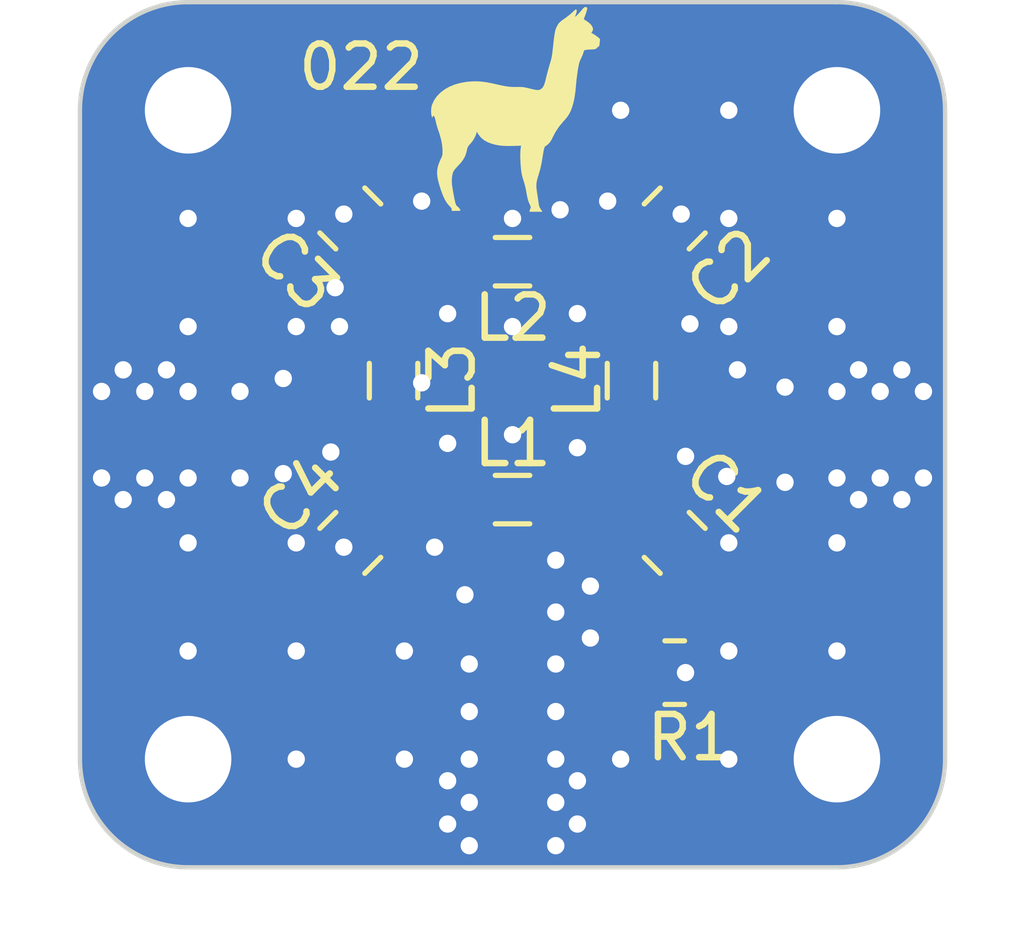
<source format=kicad_pcb>
(kicad_pcb (version 20221018) (generator pcbnew)
  (title_block (title "022 Lumped Quadrature Coupler") (date "2023-08-15") (rev "1") (company "Halidelabs") (comment 1 "contact@halidelabs.eu"))
  (layers (0 "F.Cu" signal) (31 "B.Cu" signal) (35 "F.Paste" user) (36 "B.SilkS" user "B.Silkscreen") (37 "F.SilkS" user "F.Silkscreen") (38 "B.Mask" user) (39 "F.Mask" user) (44 "Edge.Cuts" user))
  (net 0 "")
  (net 1 "GND")
  (net 2 "Net-(C1-Pad1)")
  (net 3 "Net-(J3-Pin_1)")
  (net 4 "Net-(J1-Pin_1)")
  (net 5 "Net-(J2-Pin_1)")
  (footprint "modular-rf-bench-footprints:edge-connector" (layer "F.Cu") (at 147.5 87.5 -90)
    (fp_text reference "J2")
    (fp_text value "IN" hide)
    (pad "1" smd rect (at -1.5 0 270) (size 3 0.8) (layers "F.Cu") (net 5 "Net-(J2-Pin_1)"))
    (pad "2" thru_hole circle (at -2.5 -1 270) (size 0.8 0.8) (drill 0.4) (layers "*.Cu") (net 1 "GND"))
    (pad "2" thru_hole circle (at -2.5 1 270) (size 0.8 0.8) (drill 0.4) (layers "*.Cu") (net 1 "GND"))
    (pad "2" thru_hole circle (at -2 -1.5 270) (size 0.8 0.8) (drill 0.4) (layers "*.Cu") (net 1 "GND"))
    (pad "2" thru_hole circle (at -2 1.5 270) (size 0.8 0.8) (drill 0.4) (layers "*.Cu") (net 1 "GND"))
    (pad "2" smd rect (at -1.5 -1.6 270) (size 3 2) (layers "F.Cu") (net 1 "GND"))
    (pad "2" thru_hole circle (at -1.5 -1 270) (size 0.8 0.8) (drill 0.4) (layers "*.Cu") (net 1 "GND"))
    (pad "2" smd rect (at -1.5 0 270) (size 3 5.2) (layers "B.Cu") (net 1 "GND"))
    (pad "2" thru_hole circle (at -1.5 1 270) (size 0.8 0.8) (drill 0.4) (layers "*.Cu") (net 1 "GND"))
    (pad "2" smd rect (at -1.5 1.6 270) (size 3 2) (layers "F.Cu") (net 1 "GND"))
    (pad "2" thru_hole circle (at -1 -1.5 270) (size 0.8 0.8) (drill 0.4) (layers "*.Cu") (net 1 "GND"))
    (pad "2" thru_hole circle (at -1 1.5 270) (size 0.8 0.8) (drill 0.4) (layers "*.Cu") (net 1 "GND"))
    (pad "2" thru_hole circle (at -0.5 -1 270) (size 0.8 0.8) (drill 0.4) (layers "*.Cu") (net 1 "GND"))
    (pad "2" thru_hole circle (at -0.5 1 270) (size 0.8 0.8) (drill 0.4) (layers "*.Cu") (net 1 "GND"))
  )
  (footprint "Capacitor_SMD:C_0805_2012Metric" (layer "F.Cu") (at 143.75 72.5 -45)
    (fp_text reference "C3" (at -0.035355 1.732412 135) (layer "F.SilkS"))
    (fp_text value "C")
    (fp_line (start -0.261252 -0.735) (end 0.261252 -0.735) (stroke (width 0.12)) (layer "F.SilkS"))
    (fp_line (start -0.261252 0.735) (end 0.261252 0.735) (stroke (width 0.12)) (layer "F.SilkS"))
    (pad "1" smd roundrect (at -0.95 0 315) (size 1 1.45) (layers "F.Cu" "F.Paste" "F.Mask") (net 1 "GND"))
    (pad "2" smd roundrect (at 0.95 0 315) (size 1 1.45) (layers "F.Cu" "F.Paste" "F.Mask") (net 4 "Net-(J1-Pin_1)"))
  )
  (footprint "Capacitor_SMD:C_0805_2012Metric" (layer "F.Cu") (at 151.25 72.5 45)
    (fp_text reference "C2" (at 0.035355 1.732412 45) (layer "F.SilkS"))
    (fp_text value "C")
    (fp_line (start -0.261252 -0.735) (end 0.261252 -0.735) (stroke (width 0.12)) (layer "F.SilkS"))
    (fp_line (start -0.261252 0.735) (end 0.261252 0.735) (stroke (width 0.12)) (layer "F.SilkS"))
    (pad "1" smd roundrect (at -0.95 0 45) (size 1 1.45) (layers "F.Cu" "F.Paste" "F.Mask") (net 3 "Net-(J3-Pin_1)"))
    (pad "2" smd roundrect (at 0.95 0 45) (size 1 1.45) (layers "F.Cu" "F.Paste" "F.Mask") (net 1 "GND"))
  )
  (footprint "modular-rf-bench-footprints:M2-hole" (layer "F.Cu") (at 140 70)
    (fp_text reference "H3" hide)
    (fp_text value "M2" hide)
    (pad "1" thru_hole circle locked (at 0 0) (size 3.4 3.4) (drill 2) (layers "*.Cu" "*.Mask") (net 1 "GND"))
  )
  (footprint "LOGO" (layer "F.Cu") (at 147.5 70)
    (fp_text reference "G***" hide)
    (fp_text value "LOGO" hide)
    (fp_poly (pts (xy 1.707208 -2.385083) (xy 1.72178 -2.377357) (xy 1.727638 -2.361209) (xy 1.724986 -2.333962) (xy 1.714028 -2.292938) (xy 1.695246 -2.236259) (xy 1.67886 -2.189554) (xy 1.664665 -2.150375) (xy 1.654112 -2.122636) (xy 1.64865 -2.110255) (xy 1.648486 -2.110054) (xy 1.654138 -2.102822) (xy 1.673545 -2.088435) (xy 1.702518 -2.069996) (xy 1.702794 -2.06983) (xy 1.765684 -2.026146) (xy 1.813512 -1.980369) (xy 1.845324 -1.93425) (xy 1.860162 -1.889541) (xy 1.85707 -1.847993) (xy 1.84052 -1.817555) (xy 1.820991 -1.793438) (xy 1.877555 -1.759364) (xy 1.917737 -1.733301) (xy 1.95925 -1.703533) (xy 1.980607 -1.68675) (xy 2.006661 -1.664073) (xy 2.019745 -1.647389) (xy 2.023211 -1.630016) (xy 2.020661 -1.606876) (xy 2.015636 -1.567128) (xy 2.012184 -1.526831) (xy 2.012056 -1.524528) (xy 2.006709 -1.493183) (xy 1.992958 -1.475529) (xy 1.987295 -1.472236) (xy 1.964024 -1.455734) (xy 1.944294 -1.435747) (xy 1.934232 -1.424962) (xy 1.921977 -1.417526) (xy 1.903462 -1.412581) (xy 1.874622 -1.409268) (xy 1.831391 -1.406728) (xy 1.800502 -1.40537) (xy 1.740844 -1.401769) (xy 1.695936 -1.396721) (xy 1.66814 -1.390536) (xy 1.661407 -1.387121) (xy 1.649381 -1.368624) (xy 1.640328 -1.340255) (xy 1.63945 -1.335453) (xy 1.632091 -1.309371) (xy 1.617507 -1.271305) (xy 1.5982 -1.227508) (xy 1.586787 -1.203865) (xy 1.569617 -1.168352) (xy 1.556241 -1.136883) (xy 1.545437 -1.105019) (xy 1.535983 -1.068321) (xy 1.526657 -1.022348) (xy 1.516238 -0.96266) (xy 1.510003 -0.924858) (xy 1.498611 -0.849525) (xy 1.487513 -0.766274) (xy 1.477703 -0.683243) (xy 1.470177 -0.608573) (xy 1.467711 -0.578682) (xy 1.453479 -0.42915) (xy 1.434101 -0.296565) (xy 1.409013 -0.177722) (xy 1.378053 -0.070634) (xy 1.349141 0.00713) (xy 1.316299 0.074946) (xy 1.27602 0.13851) (xy 1.224798 0.20352) (xy 1.175643 0.258199) (xy 1.077329 0.37528) (xy 0.993806 0.501629) (xy 0.931364 0.621186) (xy 0.903186 0.677903) (xy 0.877811 0.720375) (xy 0.851675 0.754018) (xy 0.828482 0.777604) (xy 0.800811 0.802117) (xy 0.778251 0.819713) (xy 0.765568 0.826682) (xy 0.765395 0.826688) (xy 0.753451 0.833218) (xy 0.741919 0.853767) (xy 0.730392 0.889773) (xy 0.718459 0.942674) (xy 0.705712 1.01391) (xy 0.697702 1.064739) (xy 0.682935 1.157753) (xy 0.668702 1.236626) (xy 0.653537 1.307789) (xy 0.635974 1.377671) (xy 0.61455 1.452702) (xy 0.594147 1.519151) (xy 0.573662 1.588767) (xy 0.559937 1.648459) (xy 0.552673 1.703792) (xy 0.551572 1.760332) (xy 0.556334 1.823643) (xy 0.566662 1.899292) (xy 0.571976 1.932384) (xy 0.581863 1.993891) (xy 0.591097 2.054175) (xy 0.598842 2.107582) (xy 0.604263 2.14846) (xy 0.605561 2.159723) (xy 0.612893 2.204728) (xy 0.626368 2.241894) (xy 0.650004 2.281963) (xy 0.652923 2.28631) (xy 0.693121 2.345728) (xy 0.391035 2.345728) (xy 0.398018 2.312144) (xy 0.406666 2.282384) (xy 0.417092 2.259536) (xy 0.421952 2.245992) (xy 0.419574 2.22758) (xy 0.408787 2.199446) (xy 0.396054 2.172292) (xy 0.37605 2.126603) (xy 0.359018 2.076762) (xy 0.343853 2.018573) (xy 0.329451 1.94784) (xy 0.315851 1.867612) (xy 0.305774 1.815487) (xy 0.290904 1.752618) (xy 0.27342 1.687715) (xy 0.259042 1.640272) (xy 0.239373 1.577432) (xy 0.224185 1.523154) (xy 0.212556 1.472312) (xy 0.203565 1.419774) (xy 0.19629 1.360411) (xy 0.18981 1.289094) (xy 0.185282 1.229699) (xy 0.180007 1.126544) (xy 0.179205 1.027802) (xy 0.18278 0.938429) (xy 0.190634 0.863381) (xy 0.192649 0.850881) (xy 0.198285 0.818238) (xy 0.013062 0.82396) (xy -0.107738 0.82548) (xy -0.212835 0.821724) (xy -0.306616 0.812274) (xy -0.393468 0.796713) (xy -0.464665 0.778501) (xy -0.571132 0.739636) (xy -0.66046 0.68959) (xy -0.733091 0.628052) (xy -0.789464 0.554711) (xy -0.795565 0.544391) (xy -0.824093 0.4946) (xy -0.831361 0.523556) (xy -0.851223 0.580742) (xy -0.881966 0.643838) (xy -0.919153 0.704875) (xy -0.958352 0.755885) (xy -0.964174 0.762224) (xy -0.998177 0.799253) (xy -1.020985 0.828535) (xy -1.036147 0.856807) (xy -1.047214 0.890804) (xy -1.057733 0.937262) (xy -1.058593 0.941406) (xy -1.077747 1.014043) (xy -1.104922 1.080397) (xy -1.14259 1.144725) (xy -1.193225 1.211286) (xy -1.255438 1.280306) (xy -1.299345 1.327086) (xy -1.330904 1.363066) (xy -1.352698 1.391736) (xy -1.367309 1.416586) (xy -1.377321 1.441105) (xy -1.379516 1.447943) (xy -1.393383 1.510336) (xy -1.40151 1.583767) (xy -1.403348 1.659269) (xy -1.39835 1.727875) (xy -1.397133 1.736045) (xy -1.378151 1.852191) (xy -1.361347 1.949249) (xy -1.346392 2.028646) (xy -1.332955 2.091809) (xy -1.320708 2.140166) (xy -1.30932 2.175143) (xy -1.298463 2.198166) (xy -1.287806 2.210664) (xy -1.287464 2.210907) (xy -1.256964 2.236176) (xy -1.229438 2.265811) (xy -1.210524 2.293348) (xy -1.206109 2.30412) (xy -1.204756 2.313632) (xy -1.209064 2.319721) (xy -1.222584 2.323146) (xy -1.248864 2.324671) (xy -1.291453 2.325054) (xy -1.303781 2.325061) (xy -1.406928 2.325061) (xy -1.404551 2.296643) (xy -1.406631 2.27843) (xy -1.417659 2.257689) (xy -1.440231 2.230433) (xy -1.463418 2.206224) (xy -1.506232 2.157147) (xy -1.545198 2.099598) (xy -1.581789 2.030726) (xy -1.617483 1.947679) (xy -1.653754 1.847608) (xy -1.662294 1.822003) (xy -1.697106 1.710358) (xy -1.722384 1.613609) (xy -1.738078 1.528285) (xy -1.744138 1.450921) (xy -1.740513 1.378048) (xy -1.727154 1.306198) (xy -1.704012 1.231903) (xy -1.671036 1.151696) (xy -1.652075 1.110862) (xy -1.636756 1.077573) (xy -1.626819 1.050567) (xy -1.621132 1.023669) (xy -1.618567 0.990701) (xy -1.617993 0.945488) (xy -1.618058 0.924857) (xy -1.625963 0.813717) (xy -1.648543 0.689349) (xy -1.685564 0.552839) (xy -1.720352 0.449512) (xy -1.738479 0.395325) (xy -1.755499 0.337402) (xy -1.768757 0.28505) (xy -1.772894 0.265233) (xy -1.785589 0.208368) (xy -1.799357 0.165227) (xy -1.813305 0.137191) (xy -1.826539 0.125643) (xy -1.838166 0.131965) (xy -1.846026 0.152044) (xy -1.850797 0.168673) (xy -1.85519 0.170196) (xy -1.862104 0.1549) (xy -1.867875 0.139127) (xy -1.878772 0.090843) (xy -1.88276 0.030839) (xy -1.880033 -0.033197) (xy -1.870784 -0.093578) (xy -1.861162 -0.127803) (xy -1.813901 -0.230684) (xy -1.748926 -0.324576) (xy -1.667469 -0.408757) (xy -1.570758 -0.482506) (xy -1.460023 -0.545102) (xy -1.336491 -0.595822) (xy -1.201393 -0.633946) (xy -1.055958 -0.658752) (xy -0.940358 -0.668205) (xy -0.852575 -0.670242) (xy -0.768501 -0.667683) (xy -0.683224 -0.659982) (xy -0.591831 -0.646595) (xy -0.48941 -0.626977) (xy -0.408289 -0.609192) (xy -0.312193 -0.587655) (xy -0.232421 -0.5708) (xy -0.165292 -0.558121) (xy -0.107125 -0.549111) (xy -0.054238 -0.543263) (xy -0.002951 -0.540071) (xy 0.050417 -0.539027) (xy 0.098629 -0.539425) (xy 0.154738 -0.540085) (xy 0.199013 -0.539411) (xy 0.23732 -0.536684) (xy 0.275528 -0.531182) (xy 0.319505 -0.522181) (xy 0.37512 -0.508962) (xy 0.403604 -0.501918) (xy 0.475622 -0.484786) (xy 0.531279 -0.473817) (xy 0.573946 -0.469024) (xy 0.606992 -0.470419) (xy 0.633788 -0.478013) (xy 0.657703 -0.49182) (xy 0.671833 -0.502891) (xy 0.692889 -0.523327) (xy 0.710733 -0.547871) (xy 0.726651 -0.579659) (xy 0.741925 -0.621827) (xy 0.75784 -0.677511) (xy 0.77568 -0.749847) (xy 0.779346 -0.765531) (xy 0.796905 -0.83723) (xy 0.818065 -0.917688) (xy 0.840306 -0.997626) (xy 0.861109 -1.067766) (xy 0.863452 -1.075283) (xy 0.878978 -1.125887) (xy 0.891303 -1.169705) (xy 0.901226 -1.211056) (xy 0.909547 -1.254259) (xy 0.917065 -1.303635) (xy 0.924579 -1.363502) (xy 0.932889 -1.438181) (xy 0.936002 -1.467372) (xy 0.947098 -1.569507) (xy 0.956972 -1.653593) (xy 0.966097 -1.722179) (xy 0.974945 -1.777812) (xy 0.983991 -1.823043) (xy 0.993707 -1.860418) (xy 1.004567 -1.892487) (xy 1.017044 -1.921798) (xy 1.022488 -1.933108) (xy 1.043227 -1.972305) (xy 1.064341 -2.004466) (xy 1.089403 -2.03324) (xy 1.121983 -2.062279) (xy 1.165654 -2.095234) (xy 1.214198 -2.129077) (xy 1.26388 -2.165032) (xy 1.315539 -2.205693) (xy 1.361923 -2.245205) (xy 1.38689 -2.268565) (xy 1.418275 -2.297957) (xy 1.445322 -2.320096) (xy 1.46414 -2.331951) (xy 1.469559 -2.332995) (xy 1.483132 -2.318377) (xy 1.484744 -2.288394) (xy 1.474416 -2.244522) (xy 1.468097 -2.226457) (xy 1.456615 -2.194668) (xy 1.44885 -2.171059) (xy 1.446704 -2.162272) (xy 1.453034 -2.164187) (xy 1.469982 -2.17846) (xy 1.494485 -2.201958) (xy 1.52348 -2.23155) (xy 1.553903 -2.264104) (xy 1.582693 -2.296485) (xy 1.606785 -2.325563) (xy 1.608411 -2.327645) (xy 1.635607 -2.360388) (xy 1.656294 -2.37884) (xy 1.674724 -2.386355) (xy 1.683716 -2.387063)) (fill solid) (layer "F.SilkS"))
  )
  (footprint "modular-rf-bench-footprints:edge-connector" (layer "F.Cu") (at 157.5 77.5)
    (fp_text reference "J3")
    (fp_text value "-3dB, -180°" hide)
    (pad "1" smd rect (at -1.5 0) (size 3 0.8) (layers "F.Cu") (net 3 "Net-(J3-Pin_1)"))
    (pad "2" thru_hole circle (at -2.5 -1) (size 0.8 0.8) (drill 0.4) (layers "*.Cu") (net 1 "GND"))
    (pad "2" thru_hole circle (at -2.5 1) (size 0.8 0.8) (drill 0.4) (layers "*.Cu") (net 1 "GND"))
    (pad "2" thru_hole circle (at -2 -1.5) (size 0.8 0.8) (drill 0.4) (layers "*.Cu") (net 1 "GND"))
    (pad "2" thru_hole circle (at -2 1.5) (size 0.8 0.8) (drill 0.4) (layers "*.Cu") (net 1 "GND"))
    (pad "2" smd rect (at -1.5 -1.6) (size 3 2) (layers "F.Cu") (net 1 "GND"))
    (pad "2" thru_hole circle (at -1.5 -1) (size 0.8 0.8) (drill 0.4) (layers "*.Cu") (net 1 "GND"))
    (pad "2" smd rect (at -1.5 0) (size 3 5.2) (layers "B.Cu") (net 1 "GND"))
    (pad "2" thru_hole circle (at -1.5 1) (size 0.8 0.8) (drill 0.4) (layers "*.Cu") (net 1 "GND"))
    (pad "2" smd rect (at -1.5 1.6) (size 3 2) (layers "F.Cu") (net 1 "GND"))
    (pad "2" thru_hole circle (at -1 -1.5) (size 0.8 0.8) (drill 0.4) (layers "*.Cu") (net 1 "GND"))
    (pad "2" thru_hole circle (at -1 1.5) (size 0.8 0.8) (drill 0.4) (layers "*.Cu") (net 1 "GND"))
    (pad "2" thru_hole circle (at -0.5 -1) (size 0.8 0.8) (drill 0.4) (layers "*.Cu") (net 1 "GND"))
    (pad "2" thru_hole circle (at -0.5 1) (size 0.8 0.8) (drill 0.4) (layers "*.Cu") (net 1 "GND"))
  )
  (footprint "Inductor_SMD:L_0805_2012Metric" (layer "F.Cu") (at 144.75 76.25 90)
    (fp_text reference "L3" (at 0 1.35 90) (layer "F.SilkS"))
    (fp_text value "L")
    (fp_line (start -0.399622 -0.56) (end 0.399622 -0.56) (stroke (width 0.12)) (layer "F.SilkS"))
    (fp_line (start -0.399622 0.56) (end 0.399622 0.56) (stroke (width 0.12)) (layer "F.SilkS"))
    (pad "1" smd roundrect (at -1.0625 0 90) (size 0.875 1.2) (layers "F.Cu" "F.Paste" "F.Mask") (net 5 "Net-(J2-Pin_1)"))
    (pad "2" smd roundrect (at 1.0625 0 90) (size 0.875 1.2) (layers "F.Cu" "F.Paste" "F.Mask") (net 4 "Net-(J1-Pin_1)"))
  )
  (footprint "Resistor_SMD:R_0805_2012Metric" (layer "F.Cu") (at 151.25 83 180)
    (fp_text reference "R1" (at -0.35 -1.5) (layer "F.SilkS"))
    (fp_text value "49R9")
    (fp_line (start -0.227064 -0.735) (end 0.227064 -0.735) (stroke (width 0.12)) (layer "F.SilkS"))
    (fp_line (start -0.227064 0.735) (end 0.227064 0.735) (stroke (width 0.12)) (layer "F.SilkS"))
    (pad "1" smd roundrect (at -0.9125 0 180) (size 1.025 1.4) (layers "F.Cu" "F.Paste" "F.Mask") (roundrect_rratio 0.243902) (net 1 "GND"))
    (pad "2" smd roundrect (at 0.9125 0 180) (size 1.025 1.4) (layers "F.Cu" "F.Paste" "F.Mask") (roundrect_rratio 0.243902) (net 2 "Net-(C1-Pad1)"))
  )
  (footprint "Inductor_SMD:L_0805_2012Metric" (layer "F.Cu") (at 147.5 73.5)
    (fp_text reference "L2" (at 0 1.3) (layer "F.SilkS"))
    (fp_text value "L")
    (fp_line (start -0.399622 -0.56) (end 0.399622 -0.56) (stroke (width 0.12)) (layer "F.SilkS"))
    (fp_line (start -0.399622 0.56) (end 0.399622 0.56) (stroke (width 0.12)) (layer "F.SilkS"))
    (pad "1" smd roundrect (at -1.0625 0) (size 0.875 1.2) (layers "F.Cu" "F.Paste" "F.Mask") (net 4 "Net-(J1-Pin_1)"))
    (pad "2" smd roundrect (at 1.0625 0) (size 0.875 1.2) (layers "F.Cu" "F.Paste" "F.Mask") (net 3 "Net-(J3-Pin_1)"))
  )
  (footprint "Inductor_SMD:L_0805_2012Metric" (layer "F.Cu") (at 147.5 79)
    (fp_text reference "L1" (at 0 -1.3) (layer "F.SilkS"))
    (fp_text value "L")
    (fp_line (start -0.399622 -0.56) (end 0.399622 -0.56) (stroke (width 0.12)) (layer "F.SilkS"))
    (fp_line (start -0.399622 0.56) (end 0.399622 0.56) (stroke (width 0.12)) (layer "F.SilkS"))
    (pad "1" smd roundrect (at -1.0625 0) (size 0.875 1.2) (layers "F.Cu" "F.Paste" "F.Mask") (net 5 "Net-(J2-Pin_1)"))
    (pad "2" smd roundrect (at 1.0625 0) (size 0.875 1.2) (layers "F.Cu" "F.Paste" "F.Mask") (net 2 "Net-(C1-Pad1)"))
  )
  (footprint "Capacitor_SMD:C_0805_2012Metric" (layer "F.Cu") (at 143.75 80 45)
    (fp_text reference "C4" (at -0.035355 -1.59099 45) (layer "F.SilkS"))
    (fp_text value "C")
    (fp_line (start -0.261252 -0.735) (end 0.261252 -0.735) (stroke (width 0.12)) (layer "F.SilkS"))
    (fp_line (start -0.261252 0.735) (end 0.261252 0.735) (stroke (width 0.12)) (layer "F.SilkS"))
    (pad "1" smd roundrect (at -0.95 0 45) (size 1 1.45) (layers "F.Cu" "F.Paste" "F.Mask") (net 1 "GND"))
    (pad "2" smd roundrect (at 0.95 0 45) (size 1 1.45) (layers "F.Cu" "F.Paste" "F.Mask") (net 5 "Net-(J2-Pin_1)"))
  )
  (footprint "modular-rf-bench-footprints:M2-hole" (layer "F.Cu") (at 155 85)
    (fp_text reference "H1" hide)
    (fp_text value "M2" hide)
    (pad "1" thru_hole circle locked (at 0 0) (size 3.4 3.4) (drill 2) (layers "*.Cu" "*.Mask") (net 1 "GND"))
  )
  (footprint "Capacitor_SMD:C_0805_2012Metric" (layer "F.Cu") (at 151.25 80 -45)
    (fp_text reference "C1" (at 0 -1.68 135) (layer "F.SilkS"))
    (fp_text value "C")
    (fp_line (start -0.261252 -0.735) (end 0.261252 -0.735) (stroke (width 0.12)) (layer "F.SilkS"))
    (fp_line (start -0.261252 0.735) (end 0.261252 0.735) (stroke (width 0.12)) (layer "F.SilkS"))
    (pad "1" smd roundrect (at -0.95 0 315) (size 1 1.45) (layers "F.Cu" "F.Paste" "F.Mask") (net 2 "Net-(C1-Pad1)"))
    (pad "2" smd roundrect (at 0.95 0 315) (size 1 1.45) (layers "F.Cu" "F.Paste" "F.Mask") (net 1 "GND"))
  )
  (footprint "modular-rf-bench-footprints:M2-hole" (layer "F.Cu") (at 155 70)
    (fp_text reference "H2" hide)
    (fp_text value "M2" hide)
    (pad "1" thru_hole circle locked (at 0 0) (size 3.4 3.4) (drill 2) (layers "*.Cu" "*.Mask") (net 1 "GND"))
  )
  (footprint "Inductor_SMD:L_0805_2012Metric" (layer "F.Cu") (at 150.25 76.25 90)
    (fp_text reference "L4" (at 0 -1.25 90) (layer "F.SilkS"))
    (fp_text value "L")
    (fp_line (start -0.399622 -0.56) (end 0.399622 -0.56) (stroke (width 0.12)) (layer "F.SilkS"))
    (fp_line (start -0.399622 0.56) (end 0.399622 0.56) (stroke (width 0.12)) (layer "F.SilkS"))
    (pad "1" smd roundrect (at -1.0625 0 90) (size 0.875 1.2) (layers "F.Cu" "F.Paste" "F.Mask") (net 2 "Net-(C1-Pad1)"))
    (pad "2" smd roundrect (at 1.0625 0 90) (size 0.875 1.2) (layers "F.Cu" "F.Paste" "F.Mask") (net 3 "Net-(J3-Pin_1)"))
  )
  (footprint "modular-rf-bench-footprints:edge-connector" (layer "F.Cu") (at 137.5 77.5 180)
    (fp_text reference "J1")
    (fp_text value "-3dB, -90°" hide)
    (pad "1" smd rect (at -1.5 0 180) (size 3 0.8) (layers "F.Cu") (net 4 "Net-(J1-Pin_1)"))
    (pad "2" thru_hole circle (at -2.5 -1 180) (size 0.8 0.8) (drill 0.4) (layers "*.Cu") (net 1 "GND"))
    (pad "2" thru_hole circle (at -2.5 1 180) (size 0.8 0.8) (drill 0.4) (layers "*.Cu") (net 1 "GND"))
    (pad "2" thru_hole circle (at -2 -1.5 180) (size 0.8 0.8) (drill 0.4) (layers "*.Cu") (net 1 "GND"))
    (pad "2" thru_hole circle (at -2 1.5 180) (size 0.8 0.8) (drill 0.4) (layers "*.Cu") (net 1 "GND"))
    (pad "2" smd rect (at -1.5 -1.6 180) (size 3 2) (layers "F.Cu") (net 1 "GND"))
    (pad "2" thru_hole circle (at -1.5 -1 180) (size 0.8 0.8) (drill 0.4) (layers "*.Cu") (net 1 "GND"))
    (pad "2" smd rect (at -1.5 0 180) (size 3 5.2) (layers "B.Cu") (net 1 "GND"))
    (pad "2" thru_hole circle (at -1.5 1 180) (size 0.8 0.8) (drill 0.4) (layers "*.Cu") (net 1 "GND"))
    (pad "2" smd rect (at -1.5 1.6 180) (size 3 2) (layers "F.Cu") (net 1 "GND"))
    (pad "2" thru_hole circle (at -1 -1.5 180) (size 0.8 0.8) (drill 0.4) (layers "*.Cu") (net 1 "GND"))
    (pad "2" thru_hole circle (at -1 1.5 180) (size 0.8 0.8) (drill 0.4) (layers "*.Cu") (net 1 "GND"))
    (pad "2" thru_hole circle (at -0.5 -1 180) (size 0.8 0.8) (drill 0.4) (layers "*.Cu") (net 1 "GND"))
    (pad "2" thru_hole circle (at -0.5 1 180) (size 0.8 0.8) (drill 0.4) (layers "*.Cu") (net 1 "GND"))
  )
  (footprint "modular-rf-bench-footprints:M2-hole" (layer "F.Cu") (at 140 85)
    (fp_text reference "H4" hide)
    (fp_text value "M2" hide)
    (pad "1" thru_hole circle locked (at 0 0) (size 3.4 3.4) (drill 2) (layers "*.Cu" "*.Mask") (net 1 "GND"))
  )
  (gr_arc (start 140 87.5) (mid 138.232233 86.767767) (end 137.5 85) (stroke (width 0.1)) (layer "Edge.Cuts"))
  (gr_line (start 155 87.5) (end 140 87.5) (stroke (width 0.1)) (layer "Edge.Cuts"))
  (gr_line (start 140 67.5) (end 155 67.5) (stroke (width 0.1)) (layer "Edge.Cuts"))
  (gr_line (start 157.5 70) (end 157.5 85) (stroke (width 0.1)) (layer "Edge.Cuts"))
  (gr_line (start 137.5 85) (end 137.5 70) (stroke (width 0.1)) (layer "Edge.Cuts"))
  (gr_arc (start 157.5 85) (mid 156.767767 86.767767) (end 155 87.5) (stroke (width 0.1)) (layer "Edge.Cuts"))
  (gr_arc (start 155 67.5) (mid 156.767767 68.232233) (end 157.5 70) (stroke (width 0.1)) (layer "Edge.Cuts"))
  (gr_arc (start 137.5 70) (mid 138.232233 68.232233) (end 140 67.5) (stroke (width 0.1)) (layer "Edge.Cuts"))
  (gr_text "022" (at 144 69) (layer "F.SilkS") (effects (font (size 1 1))))
  (via (at 152.5 82.5) (size 0.8) (drill 0.4) (layers "F.Cu" "B.Cu") (net 1))
  (via (at 153.8 76.4) (size 0.8) (drill 0.4) (layers "F.Cu" "B.Cu") (net 1))
  (via (at 148.6 72.3) (size 0.8) (drill 0.4) (layers "F.Cu" "B.Cu") (net 1))
  (via (at 146.5 83.9) (size 0.8) (drill 0.4) (layers "F.Cu" "B.Cu") (net 1))
  (via (at 152.5 72.5) (size 0.8) (drill 0.4) (layers "F.Cu" "B.Cu") (net 1))
  (via (at 140 82.5) (size 0.8) (drill 0.4) (layers "F.Cu" "B.Cu") (net 1))
  (via (at 143.4 74.1) (size 0.8) (drill 0.4) (layers "F.Cu" "B.Cu") (net 1))
  (via (at 151.4 72.4) (size 0.8) (drill 0.4) (layers "F.Cu" "B.Cu") (net 1))
  (via (at 142.5 82.5) (size 0.8) (drill 0.4) (layers "F.Cu" "B.Cu") (net 1))
  (via (at 152.5 80) (size 0.8) (drill 0.4) (layers "F.Cu" "B.Cu") (net 1))
  (via (at 147.5 72.5) (size 0.8) (drill 0.4) (layers "F.Cu" "B.Cu") (net 1))
  (via (at 140 75) (size 0.8) (drill 0.4) (layers "F.Cu" "B.Cu") (net 1))
  (via (at 143.6 72.4) (size 0.8) (drill 0.4) (layers "F.Cu" "B.Cu") (net 1))
  (via (at 155 72.5) (size 0.8) (drill 0.4) (layers "F.Cu" "B.Cu") (net 1))
  (via (at 148.5 83.9) (size 0.8) (drill 0.4) (layers "F.Cu" "B.Cu") (net 1))
  (via (at 142.2 76.2) (size 0.8) (drill 0.4) (layers "F.Cu" "B.Cu") (net 1))
  (via (at 152.5 85) (size 0.8) (drill 0.4) (layers "F.Cu" "B.Cu") (net 1))
  (via (at 142.5 80) (size 0.8) (drill 0.4) (layers "F.Cu" "B.Cu") (net 1))
  (via (at 142.5 85) (size 0.8) (drill 0.4) (layers "F.Cu" "B.Cu") (net 1))
  (via (at 146 74.7) (size 0.8) (drill 0.4) (layers "F.Cu" "B.Cu") (net 1))
  (via (at 140 80) (size 0.8) (drill 0.4) (layers "F.Cu" "B.Cu") (net 1))
  (via (at 152.7 76) (size 0.8) (drill 0.4) (layers "F.Cu" "B.Cu") (net 1))
  (via (at 145.4 72.1) (size 0.8) (drill 0.4) (layers "F.Cu" "B.Cu") (net 1))
  (via (at 149.3 82.2) (size 0.8) (drill 0.4) (layers "F.Cu" "B.Cu") (net 1))
  (via (at 152.453408 78.464671) (size 0.8) (drill 0.4) (layers "F.Cu" "B.Cu") (net 1))
  (via (at 151.600816 74.936391) (size 0.8) (drill 0.4) (layers "F.Cu" "B.Cu") (net 1))
  (via (at 148.5 81.6) (size 0.8) (drill 0.4) (layers "F.Cu" "B.Cu") (net 1))
  (via (at 155 82.5) (size 0.8) (drill 0.4) (layers "F.Cu" "B.Cu") (net 1))
  (via (at 148.5 82.8) (size 0.8) (drill 0.4) (layers "F.Cu" "B.Cu") (net 1))
  (via (at 143.6 80.1) (size 0.8) (drill 0.4) (layers "F.Cu" "B.Cu") (net 1))
  (via (at 146.5 82.8) (size 0.8) (drill 0.4) (layers "F.Cu" "B.Cu") (net 1))
  (via (at 143.3 77.9) (size 0.8) (drill 0.4) (layers "F.Cu" "B.Cu") (net 1))
  (via (at 143.5 75) (size 0.8) (drill 0.4) (layers "F.Cu" "B.Cu") (net 1))
  (via (at 142.5 72.5) (size 0.8) (drill 0.4) (layers "F.Cu" "B.Cu") (net 1))
  (via (at 153.8 78.6) (size 0.8) (drill 0.4) (layers "F.Cu" "B.Cu") (net 1))
  (via (at 155 80) (size 0.8) (drill 0.4) (layers "F.Cu" "B.Cu") (net 1))
  (via (at 150 70) (size 0.8) (drill 0.4) (layers "F.Cu" "B.Cu") (net 1))
  (via (at 145 85) (size 0.8) (drill 0.4) (layers "F.Cu" "B.Cu") (net 1))
  (via (at 149 77.8) (size 0.8) (drill 0.4) (layers "F.Cu" "B.Cu") (net 1))
  (via (at 155 75) (size 0.8) (drill 0.4) (layers "F.Cu" "B.Cu") (net 1))
  (via (at 152.5 70) (size 0.8) (drill 0.4) (layers "F.Cu" "B.Cu") (net 1))
  (via (at 141.2 78.5) (size 0.8) (drill 0.4) (layers "F.Cu" "B.Cu") (net 1))
  (via (at 145.7 80.1) (size 0.8) (drill 0.4) (layers "F.Cu" "B.Cu") (net 1))
  (via (at 152.5 75) (size 0.8) (drill 0.4) (layers "F.Cu" "B.Cu") (net 1))
  (via (at 145.4 76.3) (size 0.8) (drill 0.4) (layers "F.Cu" "B.Cu") (net 1))
  (via (at 147.5 77.5) (size 0.8) (drill 0.4) (layers "F.Cu" "B.Cu") (net 1))
  (via (at 146 77.7) (size 0.8) (drill 0.4) (layers "F.Cu" "B.Cu") (net 1))
  (via (at 149.3 81) (size 0.8) (drill 0.4) (layers "F.Cu" "B.Cu") (net 1))
  (via (at 147.5 75) (size 0.8) (drill 0.4) (layers "F.Cu" "B.Cu") (net 1))
  (via (at 151.5 83) (size 0.8) (drill 0.4) (layers "F.Cu" "B.Cu") (net 1))
  (via (at 151.5 78) (size 0.8) (drill 0.4) (layers "F.Cu" "B.Cu") (net 1))
  (via (at 145 82.5) (size 0.8) (drill 0.4) (layers "F.Cu" "B.Cu") (net 1))
  (via (at 140 72.5) (size 0.8) (drill 0.4) (layers "F.Cu" "B.Cu") (net 1))
  (via (at 142.5 75) (size 0.8) (drill 0.4) (layers "F.Cu" "B.Cu") (net 1))
  (via (at 146.4 81.2) (size 0.8) (drill 0.4) (layers "F.Cu" "B.Cu") (net 1))
  (via (at 141.2 76.5) (size 0.8) (drill 0.4) (layers "F.Cu" "B.Cu") (net 1))
  (via (at 149 74.7) (size 0.8) (drill 0.4) (layers "F.Cu" "B.Cu") (net 1))
  (via (at 148.5 80.4) (size 0.8) (drill 0.4) (layers "F.Cu" "B.Cu") (net 1))
  (via (at 150 85) (size 0.8) (drill 0.4) (layers "F.Cu" "B.Cu") (net 1))
  (via (at 142.2 78.4) (size 0.8) (drill 0.4) (layers "F.Cu" "B.Cu") (net 1))
  (via (at 149.7 72.1) (size 0.8) (drill 0.4) (layers "F.Cu" "B.Cu") (net 1))
  (segment (start 150.25 79) (end 150.578249 79.328249) (width 0.8) (layer "F.Cu") (net 2))
  (segment (start 150.25 77.3125) (end 150.25 79) (width 0.8) (layer "F.Cu") (net 2))
  (segment (start 150.3375 83) (end 150.3375 79.568998) (width 0.8) (layer "F.Cu") (net 2))
  (segment (start 148.5625 79) (end 150.25 79) (width 0.8) (layer "F.Cu") (net 2))
  (segment (start 150.3375 79.568998) (end 150.578249 79.328249) (width 0.8) (layer "F.Cu") (net 2))
  (segment (start 153.805141 77.5) (end 156 77.5) (width 0.8) (layer "F.Cu") (net 3))
  (segment (start 150.25 75.1875) (end 151.683821 76.621321) (width 0.8) (layer "F.Cu") (net 3))
  (segment (start 150.25 75.1875) (end 150.25 73.5) (width 0.8) (layer "F.Cu") (net 3))
  (segment (start 150.25 73.5) (end 150.578249 73.171751) (width 0.8) (layer "F.Cu") (net 3))
  (segment (start 148.5625 73.5) (end 150.25 73.5) (width 0.8) (layer "F.Cu") (net 3))
  (arc (start 153.805141 77.5) (mid 152.657091 77.271639) (end 151.683821 76.621321) (width 0.8) (layer "F.Cu") (net 3))
  (segment (start 144.75 73.5) (end 144.421751 73.171751) (width 0.8) (layer "F.Cu") (net 4))
  (segment (start 144.75 75.1875) (end 143.316179 76.621321) (width 0.8) (layer "F.Cu") (net 4))
  (segment (start 141.194859 77.5) (end 139 77.5) (width 0.8) (layer "F.Cu") (net 4))
  (segment (start 144.75 75.1875) (end 144.75 73.5) (width 0.8) (layer "F.Cu") (net 4))
  (segment (start 146.4375 73.5) (end 144.75 73.5) (width 0.8) (layer "F.Cu") (net 4))
  (arc (start 141.194859 77.5) (mid 142.342909 77.271639) (end 143.316179 76.621321) (width 0.8) (layer "F.Cu") (net 4))
  (segment (start 144.75 77.3125) (end 144.75 79) (width 0.8) (layer "F.Cu") (net 5))
  (segment (start 144.75 79) (end 144.421751 79.328249) (width 0.8) (layer "F.Cu") (net 5))
  (segment (start 146.4375 79) (end 146.621321 79.183821) (width 0.8) (layer "F.Cu") (net 5))
  (segment (start 146.4375 79) (end 144.75 79) (width 0.8) (layer "F.Cu") (net 5))
  (segment (start 147.5 81.305141) (end 147.5 86) (width 0.8) (layer "F.Cu") (net 5))
  (arc (start 147.5 81.305141) (mid 147.271639 80.157091) (end 146.621321 79.183821) (width 0.8) (layer "F.Cu") (net 5))
  (zone (net 1) (net_name "GND") (layers "F&B.Cu") (name "GND") (connect_pads yes (clearance 0.2)) (min_thickness 0.2) (fill yes (thermal_gap 0.508) (thermal_bridge_width 0.508))
    (polygon (pts (xy 157.5 87.5) (xy 137.5 87.5) (xy 137.5 67.5) (xy 157.5 67.5)))
  )
)
</source>
